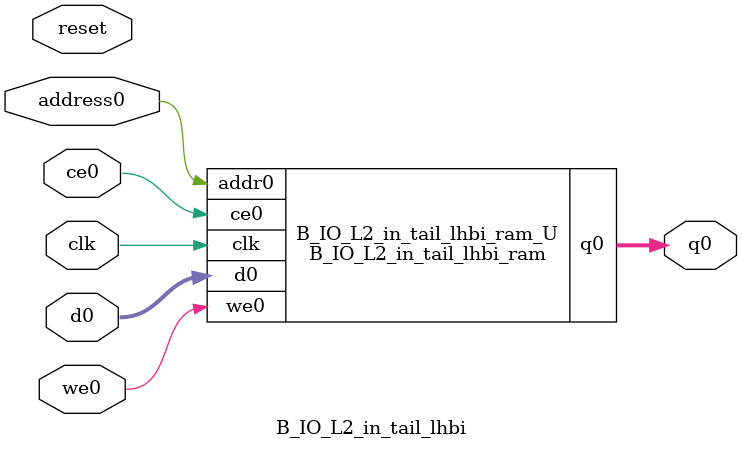
<source format=v>
`timescale 1 ns / 1 ps
module B_IO_L2_in_tail_lhbi_ram (addr0, ce0, d0, we0, q0,  clk);

parameter DWIDTH = 128;
parameter AWIDTH = 1;
parameter MEM_SIZE = 2;

input[AWIDTH-1:0] addr0;
input ce0;
input[DWIDTH-1:0] d0;
input we0;
output reg[DWIDTH-1:0] q0;
input clk;

(* ram_style = "distributed" *)reg [DWIDTH-1:0] ram[0:MEM_SIZE-1];




always @(posedge clk)  
begin 
    if (ce0) begin
        if (we0) 
            ram[addr0] <= d0; 
        q0 <= ram[addr0];
    end
end


endmodule

`timescale 1 ns / 1 ps
module B_IO_L2_in_tail_lhbi(
    reset,
    clk,
    address0,
    ce0,
    we0,
    d0,
    q0);

parameter DataWidth = 32'd128;
parameter AddressRange = 32'd2;
parameter AddressWidth = 32'd1;
input reset;
input clk;
input[AddressWidth - 1:0] address0;
input ce0;
input we0;
input[DataWidth - 1:0] d0;
output[DataWidth - 1:0] q0;



B_IO_L2_in_tail_lhbi_ram B_IO_L2_in_tail_lhbi_ram_U(
    .clk( clk ),
    .addr0( address0 ),
    .ce0( ce0 ),
    .we0( we0 ),
    .d0( d0 ),
    .q0( q0 ));

endmodule


</source>
